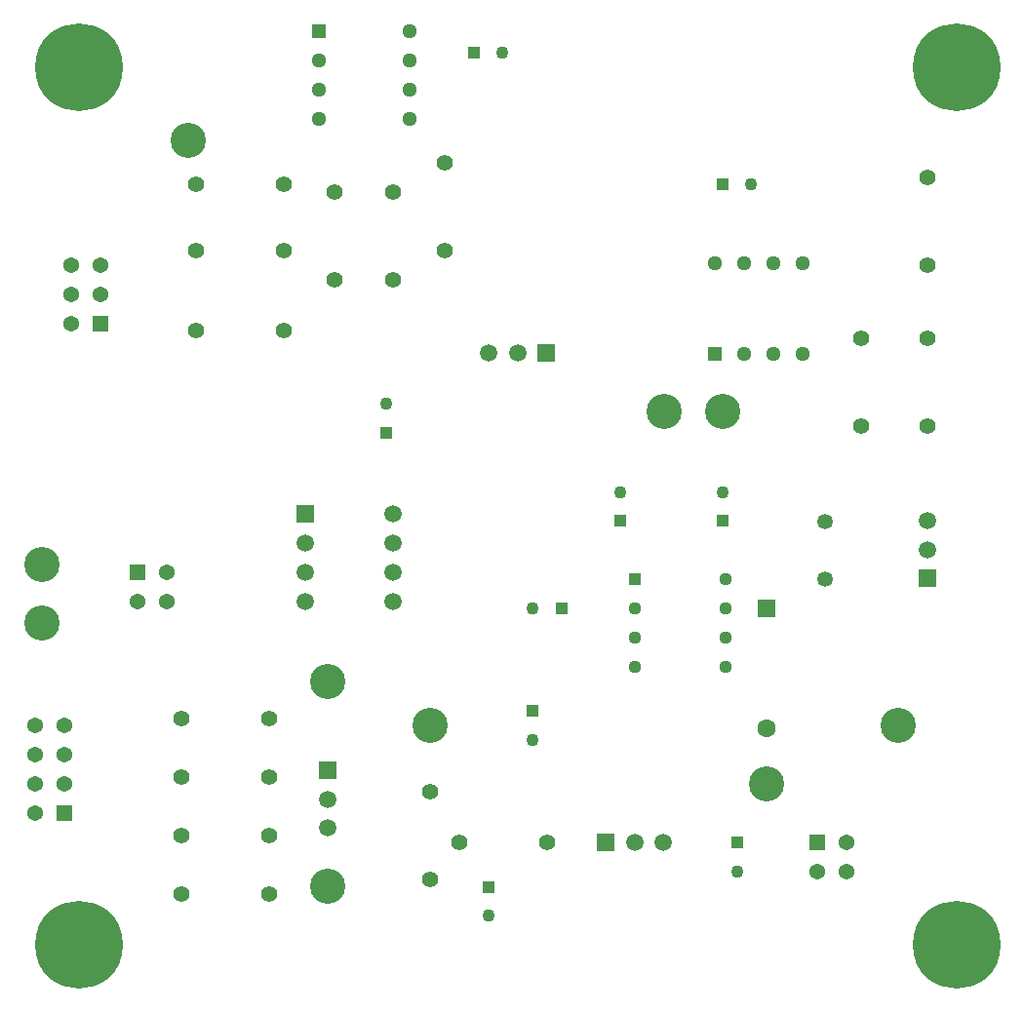
<source format=gbr>
G04 Layer_Color=255*
%FSLAX23Y23*%
%MOIN*%
%TF.FileFunction,Pads,Bot*%
%TF.Part,Single*%
G01*
G75*
%TA.AperFunction,ViaPad*%
%ADD13C,0.300*%
%ADD14C,0.120*%
%TA.AperFunction,ComponentPad*%
%ADD15R,0.043X0.043*%
%ADD16C,0.043*%
%ADD17R,0.043X0.043*%
%ADD18C,0.055*%
%ADD19C,0.059*%
%ADD20R,0.059X0.059*%
%ADD21C,0.054*%
%ADD22R,0.054X0.054*%
%ADD23R,0.059X0.059*%
%ADD24C,0.051*%
%ADD25R,0.051X0.051*%
%ADD26R,0.051X0.051*%
%ADD27C,0.044*%
%ADD28R,0.044X0.044*%
%ADD29C,0.059*%
%ADD30R,0.059X0.059*%
%ADD31C,0.063*%
%ADD32R,0.063X0.063*%
%ADD33C,0.053*%
D13*
X1250Y1250D02*
D03*
X4250D02*
D03*
Y4250D02*
D03*
X1250D02*
D03*
D14*
X1625Y4000D02*
D03*
X3450Y3075D02*
D03*
X3250D02*
D03*
X3600Y1800D02*
D03*
X4050Y2000D02*
D03*
X1125Y2350D02*
D03*
Y2550D02*
D03*
X2100Y2150D02*
D03*
Y1450D02*
D03*
X2450Y2000D02*
D03*
D15*
X3451Y3850D02*
D03*
X2601Y4300D02*
D03*
X2900Y2400D02*
D03*
D16*
X3549Y3850D02*
D03*
X3500Y1502D02*
D03*
X2650Y1351D02*
D03*
X2699Y4300D02*
D03*
X2300Y3100D02*
D03*
X2802Y2400D02*
D03*
X3100Y2798D02*
D03*
X3450D02*
D03*
X2800Y1952D02*
D03*
D17*
X3500Y1600D02*
D03*
X2650Y1449D02*
D03*
X2300Y3002D02*
D03*
X3100Y2700D02*
D03*
X3450D02*
D03*
X2800Y2050D02*
D03*
D18*
X2450Y1775D02*
D03*
Y1475D02*
D03*
X1900Y2025D02*
D03*
X1600D02*
D03*
X1900Y1825D02*
D03*
X1600D02*
D03*
X1900Y1625D02*
D03*
X1600D02*
D03*
X1900Y1425D02*
D03*
X1600D02*
D03*
X3925Y3325D02*
D03*
Y3025D02*
D03*
X4150D02*
D03*
Y3325D02*
D03*
Y3875D02*
D03*
Y3575D02*
D03*
X2325Y3825D02*
D03*
Y3525D02*
D03*
X1650Y3350D02*
D03*
X1950D02*
D03*
X2125Y3825D02*
D03*
Y3525D02*
D03*
X1650Y3850D02*
D03*
X1950D02*
D03*
X2500Y3925D02*
D03*
Y3625D02*
D03*
X1650D02*
D03*
X1950D02*
D03*
X2550Y1600D02*
D03*
X2850D02*
D03*
D19*
X4150Y2700D02*
D03*
Y2602D02*
D03*
X2652Y3275D02*
D03*
X2750D02*
D03*
X3248Y1600D02*
D03*
X3150D02*
D03*
X2100Y1650D02*
D03*
Y1748D02*
D03*
D20*
X4150Y2503D02*
D03*
X2100Y1847D02*
D03*
D21*
X3875Y1500D02*
D03*
X3775D02*
D03*
X3875Y1600D02*
D03*
X1550Y2425D02*
D03*
X1450D02*
D03*
X1550Y2525D02*
D03*
X1100Y2000D02*
D03*
X1200D02*
D03*
X1100Y1900D02*
D03*
X1200D02*
D03*
X1100Y1800D02*
D03*
X1200D02*
D03*
X1100Y1700D02*
D03*
X1225Y3575D02*
D03*
X1325D02*
D03*
X1225Y3475D02*
D03*
X1325D02*
D03*
X1225Y3375D02*
D03*
D22*
X3775Y1600D02*
D03*
X1450Y2525D02*
D03*
X1200Y1700D02*
D03*
X1325Y3375D02*
D03*
D23*
X2848Y3275D02*
D03*
X3052Y1600D02*
D03*
D24*
X2070Y4175D02*
D03*
Y4275D02*
D03*
Y4075D02*
D03*
X2380D02*
D03*
Y4375D02*
D03*
Y4175D02*
D03*
Y4275D02*
D03*
X3525Y3580D02*
D03*
X3625D02*
D03*
X3425D02*
D03*
X3725D02*
D03*
Y3270D02*
D03*
X3525D02*
D03*
X3625D02*
D03*
D25*
X2070Y4375D02*
D03*
D26*
X3425Y3270D02*
D03*
D27*
X3463Y2500D02*
D03*
Y2400D02*
D03*
Y2300D02*
D03*
Y2200D02*
D03*
X3150D02*
D03*
Y2300D02*
D03*
Y2400D02*
D03*
D28*
Y2500D02*
D03*
D29*
X2325Y2725D02*
D03*
Y2625D02*
D03*
Y2525D02*
D03*
Y2425D02*
D03*
X2025D02*
D03*
Y2525D02*
D03*
Y2625D02*
D03*
D30*
Y2725D02*
D03*
D31*
X3600Y1992D02*
D03*
D32*
Y2400D02*
D03*
D33*
X3800Y2500D02*
D03*
Y2697D02*
D03*
%TF.MD5,609b41feda1371fe969d83d2a517e306*%
M02*

</source>
